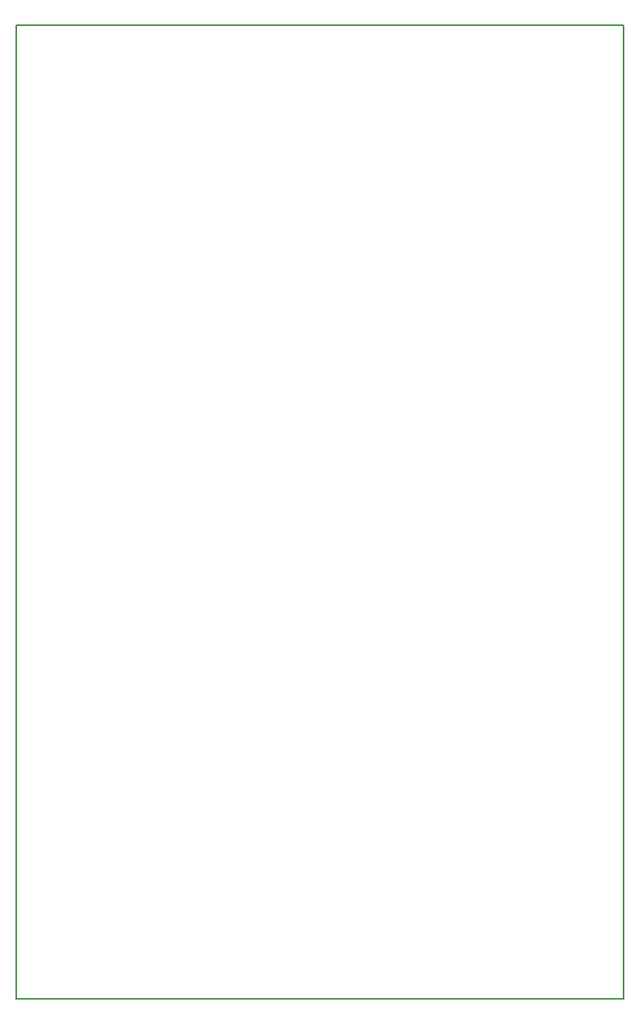
<source format=gm1>
G04 MADE WITH FRITZING*
G04 WWW.FRITZING.ORG*
G04 SINGLE SIDED*
G04 HOLES NOT PLATED*
G04 CONTOUR ON CENTER OF CONTOUR VECTOR*
%ASAXBY*%
%FSLAX23Y23*%
%MOIN*%
%OFA0B0*%
%SFA1.0B1.0*%
%ADD10R,2.500000X4.000010*%
%ADD11C,0.008000*%
%ADD10C,0.008*%
%LNCONTOUR*%
G90*
G70*
G54D10*
G54D11*
X4Y3996D02*
X2496Y3996D01*
X2496Y4D01*
X4Y4D01*
X4Y3996D01*
D02*
G04 End of contour*
M02*
</source>
